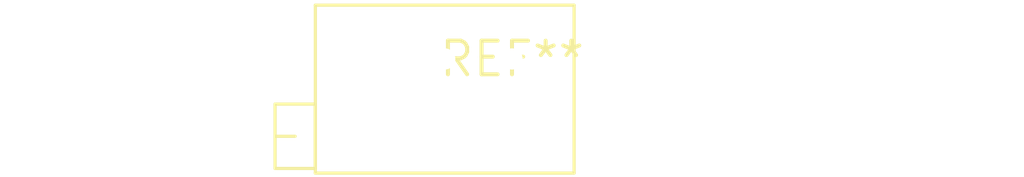
<source format=kicad_pcb>
(kicad_pcb (version 20240108) (generator pcbnew)
  (layers (0 "F.Cu" signal) (31 "B.Cu" signal) (34 "B.Paste" user) (35 "F.Paste" user) (36 "B.SilkS" user "B.Silkscreen") (37 "F.SilkS" user "F.Silkscreen") (38 "B.Mask" user) (39 "F.Mask" user) (44 "Edge.Cuts" user))
  (net 0 "")
  (footprint "Potentiometer_Bourns_3299X_Horizontal" (layer "F.Cu") (at 0 0)
    (property "Reference" "REF**")
    (property "Value" "Potentiometer_Bourns_3299X_Horizontal")
    (fp_line (start -8.945 1.705) (end -8.945 4.135) (layer "F.SilkS") (stroke (width 0.12)))
    (fp_line (start -8.945 1.705) (end -7.426 1.705) (layer "F.SilkS") (stroke (width 0.12)))
    (fp_line (start -8.945 2.92) (end -8.186 2.92) (layer "F.SilkS") (stroke (width 0.12)))
    (fp_line (start -8.945 4.135) (end -7.426 4.135) (layer "F.SilkS") (stroke (width 0.12)))
    (fp_line (start -7.426 1.705) (end -7.426 4.135) (layer "F.SilkS") (stroke (width 0.12)))
    (fp_line (start -7.425 -2.03) (end -7.425 4.31) (layer "F.SilkS") (stroke (width 0.12)))
    (fp_line (start -7.425 -2.03) (end 2.345 -2.03) (layer "F.SilkS") (stroke (width 0.12)))
    (fp_line (start -7.425 4.31) (end 2.345 4.31) (layer "F.SilkS") (stroke (width 0.12)))
    (fp_line (start 2.345 -2.03) (end 2.345 4.31) (layer "F.SilkS") (stroke (width 0.12)))
    (pad "1" thru_hole circle (at 0 0) (size 1.44 1.44) (drill 0.8) (layers *.Cu *.Mask) (remove_unused_layers))
    (pad "2" thru_hole circle (at -2.54 0) (size 1.44 1.44) (drill 0.8) (layers *.Cu *.Mask) (remove_unused_layers))
    (pad "3" thru_hole circle (at -5.08 0) (size 1.44 1.44) (drill 0.8) (layers *.Cu *.Mask) (remove_unused_layers))
  )
)
</source>
